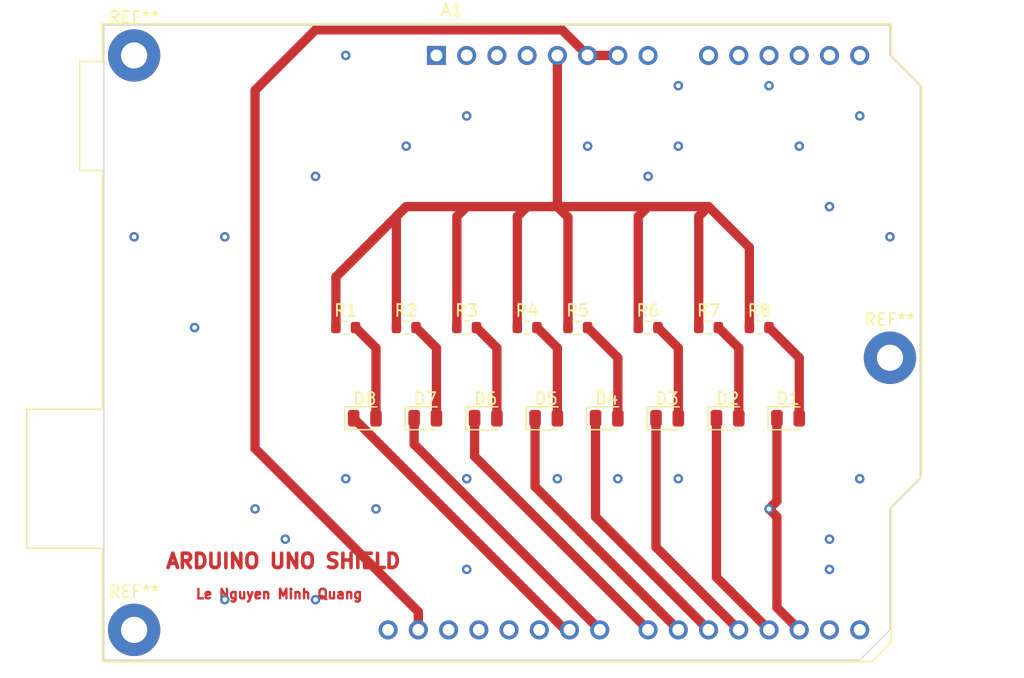
<source format=kicad_pcb>
(kicad_pcb (version 20221018) (generator pcbnew)
  (layers (0 "F.Cu" signal) (31 "B.Cu" signal) (34 "B.Paste" user) (35 "F.Paste" user) (36 "B.SilkS" user "B.Silkscreen") (37 "F.SilkS" user "F.Silkscreen") (38 "B.Mask" user) (39 "F.Mask" user) (44 "Edge.Cuts" user))
  (net 0 "")
  (net 5 "Net-(A1-+5V)")
  (net 6 "GND")
  (net 16 "Net-(A1-D2)")
  (net 17 "Net-(A1-D3)")
  (net 18 "Net-(A1-D4)")
  (net 19 "Net-(A1-D5)")
  (net 20 "Net-(A1-D6)")
  (net 21 "Net-(A1-D7)")
  (net 22 "Net-(A1-D8)")
  (net 23 "Net-(A1-D9)")
  (net 29 "Net-(D1-A)")
  (net 30 "Net-(D2-A)")
  (net 31 "Net-(D3-A)")
  (net 32 "Net-(D4-A)")
  (net 33 "Net-(D5-A)")
  (net 34 "Net-(D6-A)")
  (net 35 "Net-(D7-A)")
  (net 36 "Net-(D8-A)")
  (footprint "Resistor_SMD:R_0603_1608Metric" (layer "F.Cu") (at 111.76 66.04)
    (fp_text reference "R3" (at 0 -1.43) (layer "F.SilkS"))
    (fp_text value "247")
    (fp_line (start -0.237258 -0.5225) (end 0.237258 -0.5225) (stroke (width 0.12)) (layer "F.SilkS"))
    (fp_line (start -0.237258 0.5225) (end 0.237258 0.5225) (stroke (width 0.12)) (layer "F.SilkS"))
    (pad "1" smd roundrect (at -0.825 0) (size 0.8 0.95) (layers "F.Cu" "F.Paste" "F.Mask") (net 5 "Net-(A1-+5V)"))
    (pad "2" smd roundrect (at 0.825 0) (size 0.8 0.95) (layers "F.Cu" "F.Paste" "F.Mask") (net 34 "Net-(D6-A)"))
  )
  (footprint "Module:Arduino_UNO_R2" (layer "F.Cu") (at 109.22 43.18)
    (fp_text reference "A1" (at 1.27 -3.81 180) (layer "F.SilkS"))
    (fp_text value "Arduino_UNO_R2")
    (fp_line (start -34.42 29.72) (end -34.42 41.4) (stroke (width 0.12)) (layer "F.SilkS"))
    (fp_line (start -34.42 41.4) (end -28.07 41.4) (stroke (width 0.12)) (layer "F.SilkS"))
    (fp_line (start -29.97 0.51) (end -29.97 9.65) (stroke (width 0.12)) (layer "F.SilkS"))
    (fp_line (start -29.97 9.65) (end -28.07 9.65) (stroke (width 0.12)) (layer "F.SilkS"))
    (fp_line (start -28.07 -2.67) (end -28.07 0.51) (stroke (width 0.12)) (layer "F.SilkS"))
    (fp_line (start -28.07 0.51) (end -29.97 0.51) (stroke (width 0.12)) (layer "F.SilkS"))
    (fp_line (start -28.07 9.65) (end -28.07 29.72) (stroke (width 0.12)) (layer "F.SilkS"))
    (fp_line (start -28.07 29.72) (end -34.42 29.72) (stroke (width 0.12)) (layer "F.SilkS"))
    (fp_line (start -28.07 41.4) (end -28.07 50.93) (stroke (width 0.12)) (layer "F.SilkS"))
    (fp_line (start -28.07 50.93) (end 36.58 50.93) (stroke (width 0.12)) (layer "F.SilkS"))
    (fp_line (start 36.58 50.93) (end 38.23 49.28) (stroke (width 0.12)) (layer "F.SilkS"))
    (fp_line (start 38.23 -2.67) (end -28.07 -2.67) (stroke (width 0.12)) (layer "F.SilkS"))
    (fp_line (start 38.23 0) (end 38.23 -2.67) (stroke (width 0.12)) (layer "F.SilkS"))
    (fp_line (start 38.23 37.85) (end 40.77 35.31) (stroke (width 0.12)) (layer "F.SilkS"))
    (fp_line (start 38.23 49.28) (end 38.23 37.85) (stroke (width 0.12)) (layer "F.SilkS"))
    (fp_line (start 40.77 2.54) (end 38.23 0) (stroke (width 0.12)) (layer "F.SilkS"))
    (fp_line (start 40.77 35.31) (end 40.77 2.54) (stroke (width 0.12)) (layer "F.SilkS"))
    (pad "1" thru_hole rect (at 0 0 90) (size 1.6 1.6) (drill 1) (layers "*.Cu" "*.Mask"))
    (pad "2" thru_hole oval (at 2.54 0 90) (size 1.6 1.6) (drill 1) (layers "*.Cu" "*.Mask"))
    (pad "3" thru_hole oval (at 5.08 0 90) (size 1.6 1.6) (drill 1) (layers "*.Cu" "*.Mask"))
    (pad "4" thru_hole oval (at 7.62 0 90) (size 1.6 1.6) (drill 1) (layers "*.Cu" "*.Mask"))
    (pad "5" thru_hole oval (at 10.16 0 90) (size 1.6 1.6) (drill 1) (layers "*.Cu" "*.Mask") (net 5 "Net-(A1-+5V)"))
    (pad "6" thru_hole oval (at 12.7 0 90) (size 1.6 1.6) (drill 1) (layers "*.Cu" "*.Mask") (net 6 "GND"))
    (pad "7" thru_hole oval (at 15.24 0 90) (size 1.6 1.6) (drill 1) (layers "*.Cu" "*.Mask") (net 6 "GND"))
    (pad "8" thru_hole oval (at 17.78 0 90) (size 1.6 1.6) (drill 1) (layers "*.Cu" "*.Mask"))
    (pad "9" thru_hole oval (at 22.86 0 90) (size 1.6 1.6) (drill 1) (layers "*.Cu" "*.Mask"))
    (pad "10" thru_hole oval (at 25.4 0 90) (size 1.6 1.6) (drill 1) (layers "*.Cu" "*.Mask"))
    (pad "11" thru_hole oval (at 27.94 0 90) (size 1.6 1.6) (drill 1) (layers "*.Cu" "*.Mask"))
    (pad "12" thru_hole oval (at 30.48 0 90) (size 1.6 1.6) (drill 1) (layers "*.Cu" "*.Mask"))
    (pad "13" thru_hole oval (at 33.02 0 90) (size 1.6 1.6) (drill 1) (layers "*.Cu" "*.Mask"))
    (pad "14" thru_hole oval (at 35.56 0 90) (size 1.6 1.6) (drill 1) (layers "*.Cu" "*.Mask"))
    (pad "15" thru_hole oval (at 35.56 48.26 90) (size 1.6 1.6) (drill 1) (layers "*.Cu" "*.Mask"))
    (pad "16" thru_hole oval (at 33.02 48.26 90) (size 1.6 1.6) (drill 1) (layers "*.Cu" "*.Mask"))
    (pad "17" thru_hole oval (at 30.48 48.26 90) (size 1.6 1.6) (drill 1) (layers "*.Cu" "*.Mask") (net 16 "Net-(A1-D2)"))
    (pad "18" thru_hole oval (at 27.94 48.26 90) (size 1.6 1.6) (drill 1) (layers "*.Cu" "*.Mask") (net 17 "Net-(A1-D3)"))
    (pad "19" thru_hole oval (at 25.4 48.26 90) (size 1.6 1.6) (drill 1) (layers "*.Cu" "*.Mask") (net 18 "Net-(A1-D4)"))
    (pad "20" thru_hole oval (at 22.86 48.26 90) (size 1.6 1.6) (drill 1) (layers "*.Cu" "*.Mask") (net 19 "Net-(A1-D5)"))
    (pad "21" thru_hole oval (at 20.32 48.26 90) (size 1.6 1.6) (drill 1) (layers "*.Cu" "*.Mask") (net 20 "Net-(A1-D6)"))
    (pad "22" thru_hole oval (at 17.78 48.26 90) (size 1.6 1.6) (drill 1) (layers "*.Cu" "*.Mask") (net 21 "Net-(A1-D7)"))
    (pad "23" thru_hole oval (at 13.72 48.26 90) (size 1.6 1.6) (drill 1) (layers "*.Cu" "*.Mask") (net 22 "Net-(A1-D8)"))
    (pad "24" thru_hole oval (at 11.18 48.26 90) (size 1.6 1.6) (drill 1) (layers "*.Cu" "*.Mask") (net 23 "Net-(A1-D9)"))
    (pad "25" thru_hole oval (at 8.64 48.26 90) (size 1.6 1.6) (drill 1) (layers "*.Cu" "*.Mask"))
    (pad "26" thru_hole oval (at 6.1 48.26 90) (size 1.6 1.6) (drill 1) (layers "*.Cu" "*.Mask"))
    (pad "27" thru_hole oval (at 3.56 48.26 90) (size 1.6 1.6) (drill 1) (layers "*.Cu" "*.Mask"))
    (pad "28" thru_hole oval (at 1.02 48.26 90) (size 1.6 1.6) (drill 1) (layers "*.Cu" "*.Mask"))
    (pad "29" thru_hole oval (at -1.52 48.26 90) (size 1.6 1.6) (drill 1) (layers "*.Cu" "*.Mask") (net 6 "GND"))
    (pad "30" thru_hole oval (at -4.06 48.26 90) (size 1.6 1.6) (drill 1) (layers "*.Cu" "*.Mask"))
  )
  (footprint "Resistor_SMD:R_0603_1608Metric" (layer "F.Cu") (at 116.84 66.04)
    (fp_text reference "R4" (at 0 -1.43) (layer "F.SilkS"))
    (fp_text value "247")
    (fp_line (start -0.237258 -0.5225) (end 0.237258 -0.5225) (stroke (width 0.12)) (layer "F.SilkS"))
    (fp_line (start -0.237258 0.5225) (end 0.237258 0.5225) (stroke (width 0.12)) (layer "F.SilkS"))
    (pad "1" smd roundrect (at -0.825 0) (size 0.8 0.95) (layers "F.Cu" "F.Paste" "F.Mask") (net 5 "Net-(A1-+5V)"))
    (pad "2" smd roundrect (at 0.825 0) (size 0.8 0.95) (layers "F.Cu" "F.Paste" "F.Mask") (net 33 "Net-(D5-A)"))
  )
  (footprint "LED_SMD:LED_0805_2012Metric" (layer "F.Cu") (at 128.6025 73.66)
    (fp_text reference "D3" (at 0 -1.65) (layer "F.SilkS"))
    (fp_text value "LED")
    (fp_line (start -1.685 -0.96) (end -1.685 0.96) (stroke (width 0.12)) (layer "F.SilkS"))
    (fp_line (start -1.685 0.96) (end 1 0.96) (stroke (width 0.12)) (layer "F.SilkS"))
    (fp_line (start 1 -0.96) (end -1.685 -0.96) (stroke (width 0.12)) (layer "F.SilkS"))
    (pad "1" smd roundrect (at -0.9375 0) (size 0.975 1.4) (layers "F.Cu" "F.Paste" "F.Mask") (net 18 "Net-(A1-D4)"))
    (pad "2" smd roundrect (at 0.9375 0) (size 0.975 1.4) (layers "F.Cu" "F.Paste" "F.Mask") (net 31 "Net-(D3-A)"))
  )
  (footprint "Resistor_SMD:R_0603_1608Metric" (layer "F.Cu") (at 127 66.04)
    (fp_text reference "R6" (at 0 -1.43) (layer "F.SilkS"))
    (fp_text value "247")
    (fp_line (start -0.237258 -0.5225) (end 0.237258 -0.5225) (stroke (width 0.12)) (layer "F.SilkS"))
    (fp_line (start -0.237258 0.5225) (end 0.237258 0.5225) (stroke (width 0.12)) (layer "F.SilkS"))
    (pad "1" smd roundrect (at -0.825 0) (size 0.8 0.95) (layers "F.Cu" "F.Paste" "F.Mask") (net 5 "Net-(A1-+5V)"))
    (pad "2" smd roundrect (at 0.825 0) (size 0.8 0.95) (layers "F.Cu" "F.Paste" "F.Mask") (net 31 "Net-(D3-A)"))
  )
  (footprint "Resistor_SMD:R_0603_1608Metric" (layer "F.Cu") (at 136.335 66.04)
    (fp_text reference "R8" (at 0 -1.43) (layer "F.SilkS"))
    (fp_text value "247")
    (fp_line (start -0.237258 -0.5225) (end 0.237258 -0.5225) (stroke (width 0.12)) (layer "F.SilkS"))
    (fp_line (start -0.237258 0.5225) (end 0.237258 0.5225) (stroke (width 0.12)) (layer "F.SilkS"))
    (pad "1" smd roundrect (at -0.825 0) (size 0.8 0.95) (layers "F.Cu" "F.Paste" "F.Mask") (net 5 "Net-(A1-+5V)"))
    (pad "2" smd roundrect (at 0.825 0) (size 0.8 0.95) (layers "F.Cu" "F.Paste" "F.Mask") (net 29 "Net-(D1-A)"))
  )
  (footprint "LED_SMD:LED_0805_2012Metric" (layer "F.Cu") (at 113.3625 73.66)
    (fp_text reference "D6" (at 0 -1.65) (layer "F.SilkS"))
    (fp_text value "LED")
    (fp_line (start -1.685 -0.96) (end -1.685 0.96) (stroke (width 0.12)) (layer "F.SilkS"))
    (fp_line (start -1.685 0.96) (end 1 0.96) (stroke (width 0.12)) (layer "F.SilkS"))
    (fp_line (start 1 -0.96) (end -1.685 -0.96) (stroke (width 0.12)) (layer "F.SilkS"))
    (pad "1" smd roundrect (at -0.9375 0) (size 0.975 1.4) (layers "F.Cu" "F.Paste" "F.Mask") (net 21 "Net-(A1-D7)"))
    (pad "2" smd roundrect (at 0.9375 0) (size 0.975 1.4) (layers "F.Cu" "F.Paste" "F.Mask") (net 34 "Net-(D6-A)"))
  )
  (footprint "LED_SMD:LED_0805_2012Metric" (layer "F.Cu") (at 108.2825 73.66)
    (fp_text reference "D7" (at 0 -1.65) (layer "F.SilkS"))
    (fp_text value "LED")
    (fp_line (start -1.685 -0.96) (end -1.685 0.96) (stroke (width 0.12)) (layer "F.SilkS"))
    (fp_line (start -1.685 0.96) (end 1 0.96) (stroke (width 0.12)) (layer "F.SilkS"))
    (fp_line (start 1 -0.96) (end -1.685 -0.96) (stroke (width 0.12)) (layer "F.SilkS"))
    (pad "1" smd roundrect (at -0.9375 0) (size 0.975 1.4) (layers "F.Cu" "F.Paste" "F.Mask") (net 22 "Net-(A1-D8)"))
    (pad "2" smd roundrect (at 0.9375 0) (size 0.975 1.4) (layers "F.Cu" "F.Paste" "F.Mask") (net 35 "Net-(D7-A)"))
  )
  (footprint "LED_SMD:LED_0805_2012Metric" (layer "F.Cu") (at 138.7625 73.66)
    (fp_text reference "D1" (at 0 -1.65) (layer "F.SilkS"))
    (fp_text value "LED")
    (fp_line (start -1.685 -0.96) (end -1.685 0.96) (stroke (width 0.12)) (layer "F.SilkS"))
    (fp_line (start -1.685 0.96) (end 1 0.96) (stroke (width 0.12)) (layer "F.SilkS"))
    (fp_line (start 1 -0.96) (end -1.685 -0.96) (stroke (width 0.12)) (layer "F.SilkS"))
    (pad "1" smd roundrect (at -0.9375 0) (size 0.975 1.4) (layers "F.Cu" "F.Paste" "F.Mask") (net 16 "Net-(A1-D2)"))
    (pad "2" smd roundrect (at 0.9375 0) (size 0.975 1.4) (layers "F.Cu" "F.Paste" "F.Mask") (net 29 "Net-(D1-A)"))
  )
  (footprint "LED_SMD:LED_0805_2012Metric" (layer "F.Cu") (at 123.5225 73.66)
    (fp_text reference "D4" (at 0 -1.65) (layer "F.SilkS"))
    (fp_text value "LED")
    (fp_line (start -1.685 -0.96) (end -1.685 0.96) (stroke (width 0.12)) (layer "F.SilkS"))
    (fp_line (start -1.685 0.96) (end 1 0.96) (stroke (width 0.12)) (layer "F.SilkS"))
    (fp_line (start 1 -0.96) (end -1.685 -0.96) (stroke (width 0.12)) (layer "F.SilkS"))
    (pad "1" smd roundrect (at -0.9375 0) (size 0.975 1.4) (layers "F.Cu" "F.Paste" "F.Mask") (net 19 "Net-(A1-D5)"))
    (pad "2" smd roundrect (at 0.9375 0) (size 0.975 1.4) (layers "F.Cu" "F.Paste" "F.Mask") (net 32 "Net-(D4-A)"))
  )
  (footprint "MountingHole:MountingHole_2.2mm_M2_Pad" (layer "F.Cu") (at 147.32 68.58)
    (fp_text reference "REF**" (at 0 -3.2) (layer "F.SilkS"))
    (fp_text value "MountingHole_2.2mm_M2_Pad")
    (pad "1" thru_hole circle (at 0 0) (size 4.4 4.4) (drill 2.2) (layers "*.Cu" "*.Mask"))
  )
  (footprint "Resistor_SMD:R_0603_1608Metric" (layer "F.Cu") (at 106.68 66.04)
    (fp_text reference "R2" (at 0 -1.43) (layer "F.SilkS"))
    (fp_text value "247")
    (fp_line (start -0.237258 -0.5225) (end 0.237258 -0.5225) (stroke (width 0.12)) (layer "F.SilkS"))
    (fp_line (start -0.237258 0.5225) (end 0.237258 0.5225) (stroke (width 0.12)) (layer "F.SilkS"))
    (pad "1" smd roundrect (at -0.825 0) (size 0.8 0.95) (layers "F.Cu" "F.Paste" "F.Mask") (net 5 "Net-(A1-+5V)"))
    (pad "2" smd roundrect (at 0.825 0) (size 0.8 0.95) (layers "F.Cu" "F.Paste" "F.Mask") (net 35 "Net-(D7-A)"))
  )
  (footprint "LED_SMD:LED_0805_2012Metric" (layer "F.Cu") (at 118.4425 73.66)
    (fp_text reference "D5" (at 0 -1.65) (layer "F.SilkS"))
    (fp_text value "LED")
    (fp_line (start -1.685 -0.96) (end -1.685 0.96) (stroke (width 0.12)) (layer "F.SilkS"))
    (fp_line (start -1.685 0.96) (end 1 0.96) (stroke (width 0.12)) (layer "F.SilkS"))
    (fp_line (start 1 -0.96) (end -1.685 -0.96) (stroke (width 0.12)) (layer "F.SilkS"))
    (pad "1" smd roundrect (at -0.9375 0) (size 0.975 1.4) (layers "F.Cu" "F.Paste" "F.Mask") (net 20 "Net-(A1-D6)"))
    (pad "2" smd roundrect (at 0.9375 0) (size 0.975 1.4) (layers "F.Cu" "F.Paste" "F.Mask") (net 33 "Net-(D5-A)"))
  )
  (footprint "Resistor_SMD:R_0603_1608Metric" (layer "F.Cu") (at 101.6 66.04)
    (fp_text reference "R1" (at 0 -1.43) (layer "F.SilkS"))
    (fp_text value "247")
    (fp_line (start -0.237258 -0.5225) (end 0.237258 -0.5225) (stroke (width 0.12)) (layer "F.SilkS"))
    (fp_line (start -0.237258 0.5225) (end 0.237258 0.5225) (stroke (width 0.12)) (layer "F.SilkS"))
    (pad "1" smd roundrect (at -0.825 0) (size 0.8 0.95) (layers "F.Cu" "F.Paste" "F.Mask") (net 5 "Net-(A1-+5V)"))
    (pad "2" smd roundrect (at 0.825 0) (size 0.8 0.95) (layers "F.Cu" "F.Paste" "F.Mask") (net 36 "Net-(D8-A)"))
  )
  (footprint "LED_SMD:LED_0805_2012Metric" (layer "F.Cu") (at 133.6825 73.66)
    (fp_text reference "D2" (at 0 -1.65) (layer "F.SilkS"))
    (fp_text value "LED")
    (fp_line (start -1.685 -0.96) (end -1.685 0.96) (stroke (width 0.12)) (layer "F.SilkS"))
    (fp_line (start -1.685 0.96) (end 1 0.96) (stroke (width 0.12)) (layer "F.SilkS"))
    (fp_line (start 1 -0.96) (end -1.685 -0.96) (stroke (width 0.12)) (layer "F.SilkS"))
    (pad "1" smd roundrect (at -0.9375 0) (size 0.975 1.4) (layers "F.Cu" "F.Paste" "F.Mask") (net 17 "Net-(A1-D3)"))
    (pad "2" smd roundrect (at 0.9375 0) (size 0.975 1.4) (layers "F.Cu" "F.Paste" "F.Mask") (net 30 "Net-(D2-A)"))
  )
  (footprint "MountingHole:MountingHole_2.2mm_M2_Pad" (layer "F.Cu") (at 83.82 43.18)
    (fp_text reference "REF**" (at 0 -3.2) (layer "F.SilkS"))
    (fp_text value "MountingHole_2.2mm_M2_Pad")
    (pad "1" thru_hole circle (at 0 0) (size 4.4 4.4) (drill 2.2) (layers "*.Cu" "*.Mask"))
  )
  (footprint "Resistor_SMD:R_0603_1608Metric" (layer "F.Cu") (at 132.08 66.04)
    (fp_text reference "R7" (at 0 -1.43) (layer "F.SilkS"))
    (fp_text value "247")
    (fp_line (start -0.237258 -0.5225) (end 0.237258 -0.5225) (stroke (width 0.12)) (layer "F.SilkS"))
    (fp_line (start -0.237258 0.5225) (end 0.237258 0.5225) (stroke (width 0.12)) (layer "F.SilkS"))
    (pad "1" smd roundrect (at -0.825 0) (size 0.8 0.95) (layers "F.Cu" "F.Paste" "F.Mask") (net 5 "Net-(A1-+5V)"))
    (pad "2" smd roundrect (at 0.825 0) (size 0.8 0.95) (layers "F.Cu" "F.Paste" "F.Mask") (net 30 "Net-(D2-A)"))
  )
  (footprint "LED_SMD:LED_0805_2012Metric" (layer "F.Cu") (at 103.2025 73.66)
    (fp_text reference "D8" (at 0 -1.65) (layer "F.SilkS"))
    (fp_text value "LED")
    (fp_line (start -1.685 -0.96) (end -1.685 0.96) (stroke (width 0.12)) (layer "F.SilkS"))
    (fp_line (start -1.685 0.96) (end 1 0.96) (stroke (width 0.12)) (layer "F.SilkS"))
    (fp_line (start 1 -0.96) (end -1.685 -0.96) (stroke (width 0.12)) (layer "F.SilkS"))
    (pad "1" smd roundrect (at -0.9375 0) (size 0.975 1.4) (layers "F.Cu" "F.Paste" "F.Mask") (net 23 "Net-(A1-D9)"))
    (pad "2" smd roundrect (at 0.9375 0) (size 0.975 1.4) (layers "F.Cu" "F.Paste" "F.Mask") (net 36 "Net-(D8-A)"))
  )
  (footprint "Resistor_SMD:R_0603_1608Metric" (layer "F.Cu") (at 121.095 66.04)
    (fp_text reference "R5" (at 0 -1.43) (layer "F.SilkS"))
    (fp_text value "247")
    (fp_line (start -0.237258 -0.5225) (end 0.237258 -0.5225) (stroke (width 0.12)) (layer "F.SilkS"))
    (fp_line (start -0.237258 0.5225) (end 0.237258 0.5225) (stroke (width 0.12)) (layer "F.SilkS"))
    (pad "1" smd roundrect (at -0.825 0) (size 0.8 0.95) (layers "F.Cu" "F.Paste" "F.Mask") (net 5 "Net-(A1-+5V)"))
    (pad "2" smd roundrect (at 0.825 0) (size 0.8 0.95) (layers "F.Cu" "F.Paste" "F.Mask") (net 32 "Net-(D4-A)"))
  )
  (footprint "MountingHole:MountingHole_2.2mm_M2_Pad" (layer "F.Cu") (at 83.82 91.44)
    (fp_text reference "REF**" (at 0 -3.2) (layer "F.SilkS"))
    (fp_text value "MountingHole_2.2mm_M2_Pad")
    (pad "1" thru_hole circle (at 0 0) (size 4.4 4.4) (drill 2.2) (layers "*.Cu" "*.Mask"))
  )
  (gr_poly (pts (xy 81.28 40.64) (xy 147.32 40.64) (xy 147.32 43.18) (xy 149.86 45.72) (xy 149.86 78.74) (xy 147.32 81.28) (xy 147.32 91.44) (xy 144.78 93.98) (xy 81.28 93.98)) (stroke (width 0.1)) (fill none) (layer "Edge.Cuts"))
  (gr_text "Le Nguyen Minh Quang\n" (at 88.9 88.9) (layer "F.Cu") (effects (font (size 0.8 0.8) (thickness 0.2) bold) (justify left bottom)))
  (gr_text "ARDUINO UNO SHIELD " (at 86.36 86.36) (layer "F.Cu") (effects (font (size 1.2 1.2) (thickness 0.3) bold) (justify left bottom)))
  (via (at 139.7 50.8) (size 0.8) (drill 0.4) (layers "F.Cu" "B.Cu") (net 0))
  (via (at 101.6 78.74) (size 0.8) (drill 0.4) (layers "F.Cu" "B.Cu") (net 0))
  (via (at 144.78 78.74) (size 0.8) (drill 0.4) (layers "F.Cu" "B.Cu") (net 0))
  (via (at 124.46 78.74) (size 0.8) (drill 0.4) (layers "F.Cu" "B.Cu") (net 0))
  (via (at 142.24 55.88) (size 0.8) (drill 0.4) (layers "F.Cu" "B.Cu") (net 0))
  (via (at 111.76 86.36) (size 0.8) (drill 0.4) (layers "F.Cu" "B.Cu") (net 0))
  (via (at 104.14 81.28) (size 0.8) (drill 0.4) (layers "F.Cu" "B.Cu") (net 0))
  (via (at 88.9 66.04) (size 0.8) (drill 0.4) (layers "F.Cu" "B.Cu") (net 0))
  (via (at 129.54 50.8) (size 0.8) (drill 0.4) (layers "F.Cu" "B.Cu") (net 0))
  (via (at 99.06 53.34) (size 0.8) (drill 0.4) (layers "F.Cu" "B.Cu") (net 0))
  (via (at 106.68 50.8) (size 0.8) (drill 0.4) (layers "F.Cu" "B.Cu") (net 0))
  (via (at 111.76 78.74) (size 0.8) (drill 0.4) (layers "F.Cu" "B.Cu") (net 0))
  (via (at 144.78 48.26) (size 0.8) (drill 0.4) (layers "F.Cu" "B.Cu") (net 0))
  (via (at 91.44 58.42) (size 0.8) (drill 0.4) (layers "F.Cu" "B.Cu") (net 0))
  (via (at 91.44 88.9) (size 0.8) (drill 0.4) (layers "F.Cu" "B.Cu") (net 0))
  (via (at 96.52 83.82) (size 0.8) (drill 0.4) (layers "F.Cu" "B.Cu") (net 0))
  (via (at 129.54 78.74) (size 0.8) (drill 0.4) (layers "F.Cu" "B.Cu") (net 0))
  (via (at 111.76 48.26) (size 0.8) (drill 0.4) (layers "F.Cu" "B.Cu") (net 0))
  (via (at 99.06 88.9) (size 0.8) (drill 0.4) (layers "F.Cu" "B.Cu") (net 0))
  (via (at 119.38 78.74) (size 0.8) (drill 0.4) (layers "F.Cu" "B.Cu") (net 0))
  (via (at 83.82 58.42) (size 0.8) (drill 0.4) (layers "F.Cu" "B.Cu") (net 0))
  (via (at 137.16 45.72) (size 0.8) (drill 0.4) (layers "F.Cu" "B.Cu") (net 0))
  (via (at 142.24 86.36) (size 0.8) (drill 0.4) (layers "F.Cu" "B.Cu") (net 0))
  (via (at 121.92 50.8) (size 0.8) (drill 0.4) (layers "F.Cu" "B.Cu") (net 0))
  (via (at 129.54 45.72) (size 0.8) (drill 0.4) (layers "F.Cu" "B.Cu") (net 0))
  (via (at 127 53.34) (size 0.8) (drill 0.4) (layers "F.Cu" "B.Cu") (net 0))
  (via (at 142.24 83.82) (size 0.8) (drill 0.4) (layers "F.Cu" "B.Cu") (net 0))
  (via (at 101.6 43.18) (size 0.8) (drill 0.4) (layers "F.Cu" "B.Cu") (net 0))
  (via (at 93.98 81.28) (size 0.8) (drill 0.4) (layers "F.Cu" "B.Cu") (net 0))
  (via (at 147.32 58.42) (size 0.8) (drill 0.4) (layers "F.Cu" "B.Cu") (net 0))
  (segment (start 106.68 55.88) (end 100.775 61.785) (width 0.78) (layer "F.Cu") (net 5))
  (segment (start 120.27 56.77) (end 119.38 55.88) (width 0.78) (layer "F.Cu") (net 5))
  (segment (start 105.855 56.705) (end 106.68 55.88) (width 0.78) (layer "F.Cu") (net 5))
  (segment (start 120.27 66.04) (end 120.27 56.77) (width 0.78) (layer "F.Cu") (net 5))
  (segment (start 126.175 56.705) (end 127 55.88) (width 0.78) (layer "F.Cu") (net 5))
  (segment (start 127 55.88) (end 119.38 55.88) (width 0.78) (layer "F.Cu") (net 5))
  (segment (start 111.76 55.88) (end 106.68 55.88) (width 0.78) (layer "F.Cu") (net 5))
  (segment (start 105.855 66.04) (end 105.855 56.705) (width 0.78) (layer "F.Cu") (net 5))
  (segment (start 119.38 55.88) (end 116.84 55.88) (width 0.78) (layer "F.Cu") (net 5))
  (segment (start 116.84 55.88) (end 111.76 55.88) (width 0.78) (layer "F.Cu") (net 5))
  (segment (start 116.015 66.04) (end 116.015 56.705) (width 0.78) (layer "F.Cu") (net 5))
  (segment (start 110.935 66.04) (end 110.935 56.705) (width 0.78) (layer "F.Cu") (net 5))
  (segment (start 119.38 43.18) (end 119.38 55.88) (width 0.78) (layer "F.Cu") (net 5))
  (segment (start 131.255 66.04) (end 131.255 56.705) (width 0.78) (layer "F.Cu") (net 5))
  (segment (start 132.08 55.88) (end 127 55.88) (width 0.78) (layer "F.Cu") (net 5))
  (segment (start 116.015 56.705) (end 116.84 55.88) (width 0.78) (layer "F.Cu") (net 5))
  (segment (start 100.775 61.785) (end 100.775 66.04) (width 0.78) (layer "F.Cu") (net 5))
  (segment (start 131.255 56.705) (end 132.08 55.88) (width 0.78) (layer "F.Cu") (net 5))
  (segment (start 135.51 66.04) (end 135.51 59.31) (width 0.78) (layer "F.Cu") (net 5))
  (segment (start 126.175 66.04) (end 126.175 56.705) (width 0.78) (layer "F.Cu") (net 5))
  (segment (start 110.935 56.705) (end 111.76 55.88) (width 0.78) (layer "F.Cu") (net 5))
  (segment (start 135.51 59.31) (end 132.08 55.88) (width 0.78) (layer "F.Cu") (net 5))
  (segment (start 121.92 43.18) (end 124.46 43.18) (width 0.78) (layer "F.Cu") (net 6))
  (segment (start 119.77 41.03) (end 121.92 43.18) (width 0.78) (layer "F.Cu") (net 6))
  (segment (start 99.06 41.03) (end 119.77 41.03) (width 0.78) (layer "F.Cu") (net 6))
  (segment (start 107.7 91.44) (end 107.7 89.92) (width 0.78) (layer "F.Cu") (net 6))
  (segment (start 93.98 46.11) (end 99.06 41.03) (width 0.78) (layer "F.Cu") (net 6))
  (segment (start 107.7 89.92) (end 93.98 76.2) (width 0.78) (layer "F.Cu") (net 6))
  (segment (start 93.98 76.2) (end 93.98 46.11) (width 0.78) (layer "F.Cu") (net 6))
  (segment (start 137.16 81.28) (end 137.825 80.615) (width 0.78) (layer "F.Cu") (net 16))
  (segment (start 139.7 91.44) (end 137.825 89.565) (width 0.78) (layer "F.Cu") (net 16))
  (segment (start 137.825 81.945) (end 137.16 81.28) (width 0.78) (layer "F.Cu") (net 16))
  (segment (start 137.825 80.615) (end 137.825 73.66) (width 0.78) (layer "F.Cu") (net 16))
  (segment (start 137.825 89.565) (end 137.825 81.945) (width 0.78) (layer "F.Cu") (net 16))
  (via (at 137.16 81.28) (size 0.8) (drill 0.4) (layers "F.Cu" "B.Cu") (net 16))
  (segment (start 132.745 87.025) (end 132.745 73.66) (width 0.78) (layer "F.Cu") (net 17))
  (segment (start 137.16 91.44) (end 132.745 87.025) (width 0.78) (layer "F.Cu") (net 17))
  (segment (start 127.665 84.485) (end 127.665 73.66) (width 0.78) (layer "F.Cu") (net 18))
  (segment (start 134.62 91.44) (end 127.665 84.485) (width 0.78) (layer "F.Cu") (net 18))
  (segment (start 122.585 81.945) (end 122.585 73.66) (width 0.78) (layer "F.Cu") (net 19))
  (segment (start 132.08 91.44) (end 122.585 81.945) (width 0.78) (layer "F.Cu") (net 19))
  (segment (start 129.54 91.44) (end 117.505 79.405) (width 0.78) (layer "F.Cu") (net 20))
  (segment (start 117.505 79.405) (end 117.505 73.66) (width 0.78) (layer "F.Cu") (net 20))
  (segment (start 127 91.44) (end 112.425 76.865) (width 0.78) (layer "F.Cu") (net 21))
  (segment (start 112.425 76.865) (end 112.425 73.66) (width 0.78) (layer "F.Cu") (net 21))
  (segment (start 122.94 91.44) (end 107.345 75.845) (width 0.78) (layer "F.Cu") (net 22))
  (segment (start 107.345 75.845) (end 107.345 73.66) (width 0.78) (layer "F.Cu") (net 22))
  (segment (start 120.034146 91.44) (end 102.265 73.670854) (width 0.78) (layer "F.Cu") (net 23))
  (segment (start 102.265 73.670854) (end 102.265 73.66) (width 0.78) (layer "F.Cu") (net 23))
  (segment (start 120.4 91.44) (end 120.034146 91.44) (width 0.78) (layer "F.Cu") (net 23))
  (segment (start 139.7 68.58) (end 139.7 73.66) (width 0.78) (layer "F.Cu") (net 29))
  (segment (start 137.16 66.04) (end 139.7 68.58) (width 0.78) (layer "F.Cu") (net 29))
  (segment (start 132.905 66.04) (end 134.62 67.755) (width 0.78) (layer "F.Cu") (net 30))
  (segment (start 134.62 67.755) (end 134.62 73.66) (width 0.78) (layer "F.Cu") (net 30))
  (segment (start 129.54 67.755) (end 127.825 66.04) (width 0.78) (layer "F.Cu") (net 31))
  (segment (start 129.54 73.66) (end 129.54 67.755) (width 0.78) (layer "F.Cu") (net 31))
  (segment (start 124.46 68.58) (end 121.92 66.04) (width 0.78) (layer "F.Cu") (net 32))
  (segment (start 124.46 73.66) (end 124.46 68.58) (width 0.78) (layer "F.Cu") (net 32))
  (segment (start 119.38 73.66) (end 119.38 67.755) (width 0.78) (layer "F.Cu") (net 33))
  (segment (start 119.38 67.755) (end 117.665 66.04) (width 0.78) (layer "F.Cu") (net 33))
  (segment (start 114.3 73.66) (end 114.3 67.755) (width 0.78) (layer "F.Cu") (net 34))
  (segment (start 114.3 67.755) (end 112.585 66.04) (width 0.78) (layer "F.Cu") (net 34))
  (segment (start 109.22 73.66) (end 109.22 67.755) (width 0.78) (layer "F.Cu") (net 35))
  (segment (start 109.22 67.755) (end 107.505 66.04) (width 0.78) (layer "F.Cu") (net 35))
  (segment (start 104.14 73.66) (end 104.14 67.755) (width 0.78) (layer "F.Cu") (net 36))
  (segment (start 104.14 67.755) (end 102.425 66.04) (width 0.78) (layer "F.Cu") (net 36))
)
</source>
